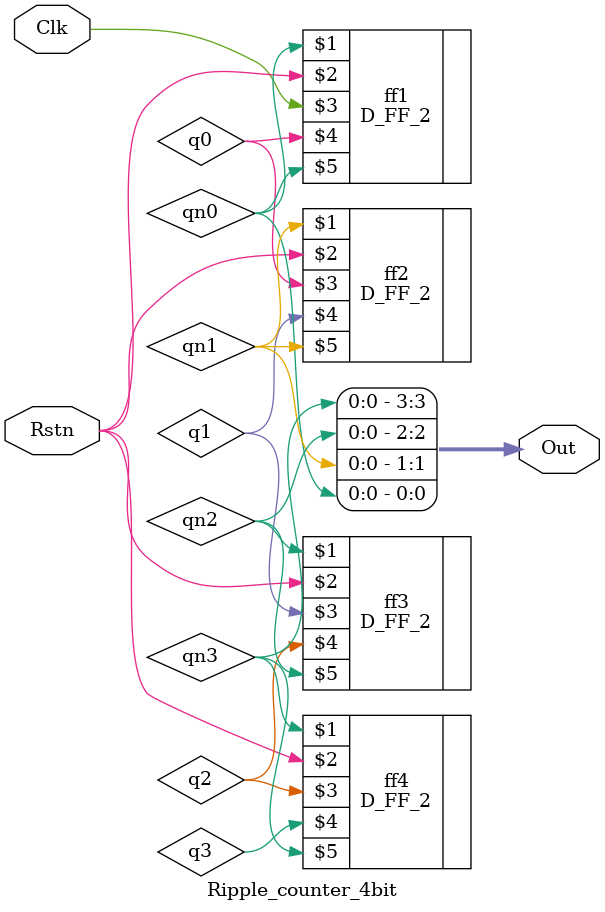
<source format=v>
module Ripple_counter_4bit(Clk, Rstn, Out);

input Clk, Rstn;
output [3:0] Out;

wire qn0, qn1, qn2, qn3;
wire q0, q1, q2, q3;

//D_FF_2(d, rstn, clk, q_r, qbar_r);
D_FF_2 ff1(qn0, Rstn, Clk, q0, qn0);
D_FF_2 ff2(qn1, Rstn,  q0, q1, qn1);
D_FF_2 ff3(qn2, Rstn,  q1, q2, qn2);
D_FF_2 ff4(qn3, Rstn,  q2, q3, qn3);

assign Out = {qn3, qn2, qn1, qn0};

endmodule
</source>
